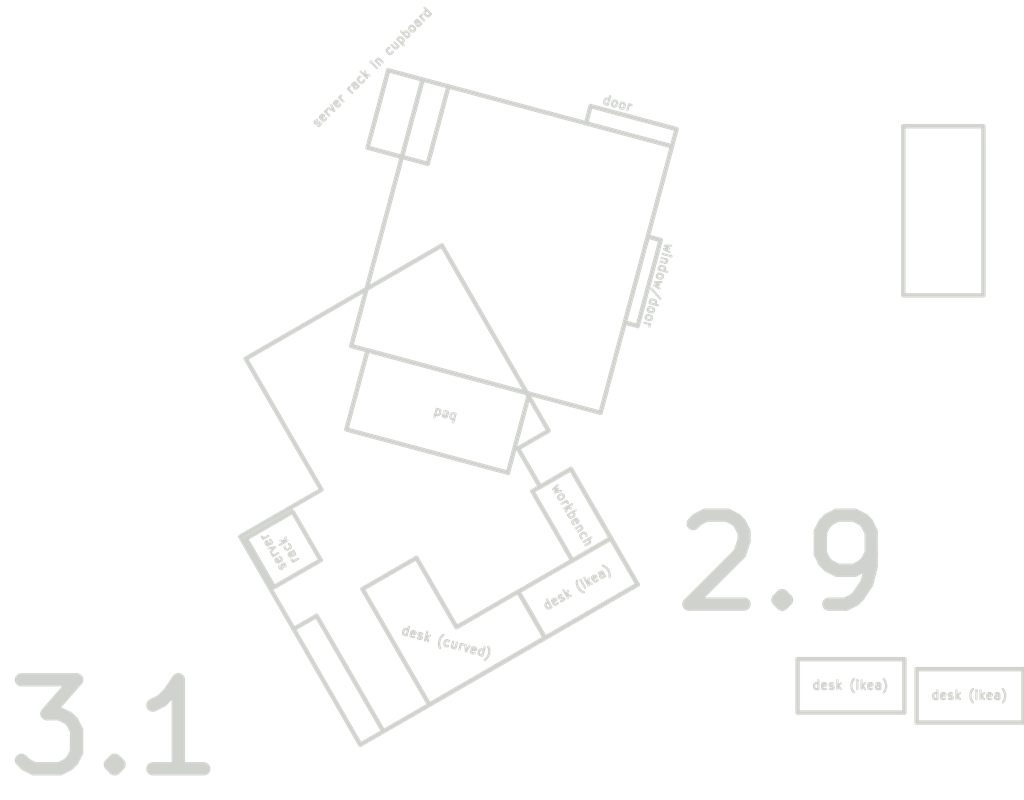
<source format=kicad_pcb>
(kicad_pcb
	(version 20240108)
	(generator "pcbnew")
	(generator_version "8.0")
	(general
		(thickness 1.6)
		(legacy_teardrops no)
	)
	(paper "A4")
	(layers
		(0 "F.Cu" signal)
		(31 "B.Cu" signal)
		(32 "B.Adhes" user "B.Adhesive")
		(33 "F.Adhes" user "F.Adhesive")
		(34 "B.Paste" user)
		(35 "F.Paste" user)
		(36 "B.SilkS" user "B.Silkscreen")
		(37 "F.SilkS" user "F.Silkscreen")
		(38 "B.Mask" user)
		(39 "F.Mask" user)
		(40 "Dwgs.User" user "User.Drawings")
		(41 "Cmts.User" user "User.Comments")
		(42 "Eco1.User" user "User.Eco1")
		(43 "Eco2.User" user "User.Eco2")
		(44 "Edge.Cuts" user)
		(45 "Margin" user)
		(46 "B.CrtYd" user "B.Courtyard")
		(47 "F.CrtYd" user "F.Courtyard")
		(48 "B.Fab" user)
		(49 "F.Fab" user)
		(50 "User.1" user)
		(51 "User.2" user)
		(52 "User.3" user)
		(53 "User.4" user)
		(54 "User.5" user)
		(55 "User.6" user)
		(56 "User.7" user)
		(57 "User.8" user)
		(58 "User.9" user)
	)
	(setup
		(pad_to_mask_clearance 0)
		(allow_soldermask_bridges_in_footprints no)
		(pcbplotparams
			(layerselection 0x00010fc_ffffffff)
			(plot_on_all_layers_selection 0x0000000_00000000)
			(disableapertmacros no)
			(usegerberextensions no)
			(usegerberattributes yes)
			(usegerberadvancedattributes yes)
			(creategerberjobfile yes)
			(dashed_line_dash_ratio 12.000000)
			(dashed_line_gap_ratio 3.000000)
			(svgprecision 4)
			(plotframeref no)
			(viasonmask no)
			(mode 1)
			(useauxorigin no)
			(hpglpennumber 1)
			(hpglpenspeed 20)
			(hpglpendiameter 15.000000)
			(pdf_front_fp_property_popups yes)
			(pdf_back_fp_property_popups yes)
			(dxfpolygonmode yes)
			(dxfimperialunits yes)
			(dxfusepcbnewfont yes)
			(psnegative no)
			(psa4output no)
			(plotreference yes)
			(plotvalue yes)
			(plotfptext yes)
			(plotinvisibletext no)
			(sketchpadsonfab no)
			(subtractmaskfromsilk no)
			(outputformat 1)
			(mirror no)
			(drillshape 1)
			(scaleselection 1)
			(outputdirectory "")
		)
	)
	(net 0 "")
	(gr_line
		(start 51.616039 84.050907)
		(end 51.269017 84.25126)
		(stroke
			(width 0.05)
			(type default)
		)
		(layer "Edge.Cuts")
		(uuid "0086cdcd-3c15-47fa-8b3f-c15d675a37a6")
	)
	(gr_line
		(start 49.507895 86.999663)
		(end 49.248212 87.149168)
		(stroke
			(width 0.05)
			(type default)
		)
		(layer "Edge.Cuts")
		(uuid "013fb4c5-81d2-4e89-9846-c9b9170d6b60")
	)
	(gr_line
		(start 50.023152 86.699086)
		(end 49.273155 85.400049)
		(stroke
			(width 0.05)
			(type default)
		)
		(layer "Edge.Cuts")
		(uuid "06bce178-b40c-440d-80e4-40d0f2f05874")
	)
	(gr_line
		(start 51.269017 84.25126)
		(end 51.020239 83.820362)
		(stroke
			(width 0.05)
			(type default)
		)
		(layer "Edge.Cuts")
		(uuid "12b1d646-c260-49e0-9835-a09f9bfc659a")
	)
	(gr_line
		(start 48.488873 84.530288)
		(end 47.964638 84.832954)
		(stroke
			(width 0.05)
			(type default)
		)
		(layer "Edge.Cuts")
		(uuid "15e755dc-18cf-4b38-8195-5a4649f16ead")
	)
	(gr_line
		(start 52.478831 81.439509)
		(end 52.623721 81.478333)
		(stroke
			(width 0.05)
			(type default)
		)
		(layer "Edge.Cuts")
		(uuid "2576f1b3-e708-4b88-84a4-ffe9eeb2ff47")
	)
	(gr_line
		(start 52.365779 85.349663)
		(end 51.616039 84.050907)
		(stroke
			(width 0.05)
			(type default)
		)
		(layer "Edge.Cuts")
		(uuid "3aa0d129-fbab-4db5-afeb-b063d8e9b2f9")
	)
	(gr_line
		(start 49.879376 85.050047)
		(end 50.329375 85.82947)
		(stroke
			(width 0.05)
			(type default)
		)
		(layer "Edge.Cuts")
		(uuid "3b3bf930-0c4a-42b3-899e-c3705c6217d8")
	)
	(gr_line
		(start 49.949408 79.674712)
		(end 49.71647 80.544046)
		(stroke
			(width 0.05)
			(type default)
		)
		(layer "Edge.Cuts")
		(uuid "3bd196fc-9447-4cbf-bdb9-285332662e81")
	)
	(gr_line
		(start 51.324999 85.948994)
		(end 52.364226 85.348998)
		(stroke
			(width 0.05)
			(type default)
		)
		(layer "Edge.Cuts")
		(uuid "3ea7d0f5-c797-4d29-8966-0d9826607c2c")
	)
	(gr_line
		(start 49.092143 83.606739)
		(end 50.907857 84.09326)
		(stroke
			(width 0.05)
			(type default)
		)
		(layer "Edge.Cuts")
		(uuid "428fa1e7-8728-481b-b098-a41c6e1c8d94")
	)
	(gr_line
		(start 51.948254 83.419656)
		(end 49.147069 82.669082)
		(stroke
			(width 0.05)
			(type default)
		)
		(layer "Edge.Cuts")
		(uuid "442123f7-30a7-4631-a718-fec13d48bf3b")
	)
	(gr_line
		(start 47.961223 82.811326)
		(end 50.165779 81.539154)
		(stroke
			(width 0.05)
			(type default)
		)
		(layer "Edge.Cuts")
		(uuid "449cf51e-1f96-4ba2-9107-252c5c48c744")
	)
	(gr_line
		(start 51.784667 80.166469)
		(end 51.83643 79.973283)
		(stroke
			(width 0.05)
			(type default)
		)
		(layer "Edge.Cuts")
		(uuid "45e08c3a-748b-4486-af0c-8fd68353c69e")
	)
	(gr_line
		(start 51.024995 85.429381)
		(end 51.324999 85.948994)
		(stroke
			(width 0.05)
			(type default)
		)
		(layer "Edge.Cuts")
		(uuid "489847de-6a79-492e-8430-0c77152967e0")
	)
	(gr_line
		(start 51.83643 79.973283)
		(end 52.802356 80.232102)
		(stroke
			(width 0.05)
			(type default)
		)
		(layer "Edge.Cuts")
		(uuid "4f0a2e1e-ef58-442a-a911-4103cc4e7c5e")
	)
	(gr_line
		(start 49.507895 86.999663)
		(end 48.758141 85.70096)
		(stroke
			(width 0.05)
			(type default)
		)
		(layer "Edge.Cuts")
		(uuid "58a110f4-c1e4-47a9-815e-739165e039e4")
	)
	(gr_line
		(start 55.362132 86.18787)
		(end 54.162138 86.187863)
		(stroke
			(width 0.05)
			(type default)
		)
		(layer "Edge.Cuts")
		(uuid "58c8d856-f1db-41d2-a8f0-123e2a6f94dc")
	)
	(gr_line
		(start 48.758141 85.70096)
		(end 48.5 85.85)
		(stroke
			(width 0.05)
			(type default)
		)
		(layer "Edge.Cuts")
		(uuid "5a17ff13-d249-4369-8126-a68b8f78b2dd")
	)
	(gr_line
		(start 47.964638 84.832954)
		(end 48.27904 85.378349)
		(stroke
			(width 0.05)
			(type default)
		)
		(layer "Edge.Cuts")
		(uuid "605cfbf3-8dce-4f07-8771-a6a473096f0a")
	)
	(gr_line
		(start 49.563037 79.571185)
		(end 49.949408 79.674712)
		(stroke
			(width 0.05)
			(type default)
		)
		(layer "Edge.Cuts")
		(uuid "627d639b-a013-44ed-9448-8fa031006788")
	)
	(gr_line
		(start 49.3301 80.440517)
		(end 49.563037 79.571185)
		(stroke
			(width 0.05)
			(type default)
		)
		(layer "Edge.Cuts")
		(uuid "67298138-1a57-45e3-85b4-079bf42bc6cf")
	)
	(gr_line
		(start 48.803812 85.075529)
		(end 48.488873 84.530288)
		(stroke
			(width 0.05)
			(type default)
		)
		(layer "Edge.Cuts")
		(uuid "68f788c7-57ed-4488-b88b-d56aa169cd61")
	)
	(gr_line
		(start 50.006248 80.621691)
		(end 50.239185 79.752358)
		(stroke
			(width 0.05)
			(type default)
		)
		(layer "Edge.Cuts")
		(uuid "704c11a8-7c00-4c12-8028-9b1e1865a553")
	)
	(gr_line
		(start 55.362131 86.787868)
		(end 55.362132 86.18787)
		(stroke
			(width 0.05)
			(type default)
		)
		(layer "Edge.Cuts")
		(uuid "79150b52-01b5-4f4d-95d7-24234de325fb")
	)
	(gr_line
		(start 51.363969 83.621907)
		(end 50.165779 81.539154)
		(stroke
			(width 0.05)
			(type default)
		)
		(layer "Edge.Cuts")
		(uuid "7c10a599-c425-4493-8fb4-09dcd5fd4b37")
	)
	(gr_line
		(start 51.14597 83.204607)
		(end 49.330229 82.718305)
		(stroke
			(width 0.05)
			(type default)
		)
		(layer "Edge.Cuts")
		(uuid "7eb780c4-eb1c-43bf-941a-cb6cf73c3e88")
	)
	(gr_line
		(start 54.162138 86.187863)
		(end 54.162134 86.787867)
		(stroke
			(width 0.05)
			(type default)
		)
		(layer "Edge.Cuts")
		(uuid "8056eb27-2a75-4613-98f4-fdca24d41307")
	)
	(gr_line
		(start 55.500005 86.899999)
		(end 56.700002 86.899999)
		(stroke
			(width 0.05)
			(type default)
		)
		(layer "Edge.Cuts")
		(uuid "82d1a8fb-608b-4b22-b210-2eb2a5a613af")
	)
	(gr_line
		(start 52.064224 84.829381)
		(end 51.024995 85.429381)
		(stroke
			(width 0.05)
			(type default)
		)
		(layer "Edge.Cuts")
		(uuid "87773cc9-135c-4e7e-b892-0dad7c87241c")
	)
	(gr_line
		(start 55.500001 86.299995)
		(end 55.500005 86.899999)
		(stroke
			(width 0.05)
			(type default)
		)
		(layer "Edge.Cuts")
		(uuid "8dca34c1-97f0-45dc-8a7d-68cdab7184b6")
	)
	(gr_line
		(start 48.5 85.85)
		(end 49.248212 87.149168)
		(stroke
			(width 0.05)
			(type default)
		)
		(layer "Edge.Cuts")
		(uuid "930aba20-e602-4f86-a69f-0d62bbafe696")
	)
	(gr_line
		(start 54.162134 86.787867)
		(end 55.362131 86.787868)
		(stroke
			(width 0.05)
			(type default)
		)
		(layer "Edge.Cuts")
		(uuid "932b9fa1-35c1-4763-a4ad-0ca05be3816d")
	)
	(gr_line
		(start 52.750592 80.425288)
		(end 51.948254 83.419656)
		(stroke
			(width 0.05)
			(type default)
		)
		(layer "Edge.Cuts")
		(uuid "955a6a7b-82fb-4b01-b477-13cf3cca51c3")
	)
	(gr_line
		(start 49.273155 85.400049)
		(end 49.879376 85.050047)
		(stroke
			(width 0.05)
			(type default)
		)
		(layer "Edge.Cuts")
		(uuid "96383eb1-2ef3-4dc6-aee2-1516164c906a")
	)
	(gr_line
		(start 51.020239 83.820362)
		(end 51.363969 83.621907)
		(stroke
			(width 0.05)
			(type default)
		)
		(layer "Edge.Cuts")
		(uuid "966636fe-f37e-4bd2-b6ef-c971b5c39ac9")
	)
	(gr_line
		(start 50.329375 85.82947)
		(end 51.022188 85.429471)
		(stroke
			(width 0.05)
			(type default)
		)
		(layer "Edge.Cuts")
		(uuid "9711c74a-d0d8-4946-8389-6aa8caeee24f")
	)
	(gr_line
		(start 47.900442 84.81086)
		(end 48.81185 84.284658)
		(stroke
			(width 0.05)
			(type default)
		)
		(layer "Edge.Cuts")
		(uuid "9ba13458-224f-443d-bc7c-ec5b8ce5de0d")
	)
	(gr_line
		(start 49.507895 86.999663)
		(end 52.365779 85.349663)
		(stroke
			(width 0.05)
			(type default)
		)
		(layer "Edge.Cuts")
		(uuid "9c45f377-7fe5-4578-957f-79296405ce36")
	)
	(gr_line
		(start 56.25 80.2)
		(end 56.25 82.099999)
		(stroke
			(width 0.05)
			(type default)
		)
		(layer "Edge.Cuts")
		(uuid "a19205c8-8dd9-4b61-991b-1dec3185a362")
	)
	(gr_line
		(start 50.907857 84.09326)
		(end 51.14597 83.204607)
		(stroke
			(width 0.05)
			(type default)
		)
		(layer "Edge.Cuts")
		(uuid "a616b57e-f895-4b33-a6c1-3212cdef52dd")
	)
	(gr_line
		(start 52.364903 82.444257)
		(end 52.220013 82.405436)
		(stroke
			(width 0.05)
			(type default)
		)
		(layer "Edge.Cuts")
		(uuid "a6bef59b-1693-4faf-89cc-f1edf1afa137")
	)
	(gr_line
		(start 48.27904 85.378349)
		(end 48.803812 85.075529)
		(stroke
			(width 0.05)
			(type default)
		)
		(layer "Edge.Cuts")
		(uuid "a8477544-3197-4386-ab82-3585bf3a9991")
	)
	(gr_line
		(start 56.25 82.099999)
		(end 55.35 82.1)
		(stroke
			(width 0.05)
			(type default)
		)
		(layer "Edge.Cuts")
		(uuid "a9cd83d7-095f-4e71-b309-7074c08b438a")
	)
	(gr_line
		(start 49.949408 79.674712)
		(end 52.750592 80.425288)
		(stroke
			(width 0.05)
			(type default)
		)
		(layer "Edge.Cuts")
		(uuid "abc33e37-3a4c-461d-98cf-cbc2856f535a")
	)
	(gr_line
		(start 55.35 82.1)
		(end 55.35 80.2)
		(stroke
			(width 0.05)
			(type default)
		)
		(layer "Edge.Cuts")
		(uuid "ac3e0775-7707-49d3-b4a0-3abac1b359f7")
	)
	(gr_line
		(start 49.147069 82.669082)
		(end 49.949408 79.674712)
		(stroke
			(width 0.05)
			(type default)
		)
		(layer "Edge.Cuts")
		(uuid "ae4a0e86-33e6-4660-9e0f-e5ba97064322")
	)
	(gr_line
		(start 52.064944 84.830721)
		(end 51.61494 84.051299)
		(stroke
			(width 0.05)
			(type default)
		)
		(layer "Edge.Cuts")
		(uuid "b1b8d4a6-ea16-43a0-a1c1-0e48b351d012")
	)
	(gr_line
		(start 51.61494 84.051299)
		(end 51.181924 84.301299)
		(stroke
			(width 0.05)
			(type default)
		)
		(layer "Edge.Cuts")
		(uuid "bbbdeb12-796c-4288-a686-ba04b80c5453")
	)
	(gr_line
		(start 49.330229 82.718305)
		(end 49.092143 83.606739)
		(stroke
			(width 0.05)
			(type default)
		)
		(layer "Edge.Cuts")
		(uuid "c2539dee-0590-4881-b947-3eea3467d678")
	)
	(gr_line
		(start 56.700002 86.899999)
		(end 56.700002 86.300001)
		(stroke
			(width 0.05)
			(type default)
		)
		(layer "Edge.Cuts")
		(uuid "c312698b-311b-45e7-bbda-17407211ce13")
	)
	(gr_line
		(start 52.623721 81.478333)
		(end 52.364903 82.444257)
		(stroke
			(width 0.05)
			(type default)
		)
		(layer "Edge.Cuts")
		(uuid "c616982e-b0a5-446e-a1b0-6356f48346df")
	)
	(gr_line
		(start 48.5 85.85)
		(end 47.900442 84.81086)
		(stroke
			(width 0.05)
			(type default)
		)
		(layer "Edge.Cuts")
		(uuid "cdf60a89-b1e6-4d7f-a29d-8b9f98d58f52")
	)
	(gr_line
		(start 55.35 80.2)
		(end 56.25 80.2)
		(stroke
			(width 0.05)
			(type default)
		)
		(layer "Edge.Cuts")
		(uuid "d1fdbfcb-a0bf-4a75-a96c-0780b7106de4")
	)
	(gr_line
		(start 48.81185 84.284658)
		(end 47.961223 82.811326)
		(stroke
			(width 0.05)
			(type default)
		)
		(layer "Edge.Cuts")
		(uuid "d287efec-097f-4299-b701-5b36ae2bb53f")
	)
	(gr_line
		(start 51.181924 84.301299)
		(end 51.63193 85.080723)
		(stroke
			(width 0.05)
			(type default)
		)
		(layer "Edge.Cuts")
		(uuid "d79d3879-1a6e-44cd-a92b-c3dc4425220b")
	)
	(gr_line
		(start 51.022188 85.429471)
		(end 51.32219 85.949081)
		(stroke
			(width 0.05)
			(type default)
		)
		(layer "Edge.Cuts")
		(uuid "dbdada96-3671-4f8f-85fa-769ef90316ea")
	)
	(gr_line
		(start 49.71647 80.544046)
		(end 49.3301 80.440517)
		(stroke
			(width 0.05)
			(type default)
		)
		(layer "Edge.Cuts")
		(uuid "e067929b-6468-4828-85e6-c542d50774b0")
	)
	(gr_line
		(start 49.71647 80.544046)
		(end 50.006248 80.621691)
		(stroke
			(width 0.05)
			(type default)
		)
		(layer "Edge.Cuts")
		(uuid "e6a84c6a-05e3-479e-b501-569fab00c0ba")
	)
	(gr_line
		(start 56.700002 86.300001)
		(end 55.500001 86.299995)
		(stroke
			(width 0.05)
			(type default)
		)
		(layer "Edge.Cuts")
		(uuid "ee956480-868a-4f5f-8517-843bb181e915")
	)
	(gr_line
		(start 51.32219 85.949081)
		(end 50.023152 86.699086)
		(stroke
			(width 0.05)
			(type default)
		)
		(layer "Edge.Cuts")
		(uuid "f4cab0fc-4165-4c6f-9a7b-14540cfaadae")
	)
	(gr_line
		(start 52.364226 85.348998)
		(end 52.064224 84.829381)
		(stroke
			(width 0.05)
			(type default)
		)
		(layer "Edge.Cuts")
		(uuid "f69f9fbf-f703-4156-9ed8-5b9490beef34")
	)
	(gr_line
		(start 51.63193 85.080723)
		(end 52.064944 84.830721)
		(stroke
			(width 0.05)
			(type default)
		)
		(layer "Edge.Cuts")
		(uuid "fd56298c-299d-4573-8ea8-16e32e685c5b")
	)
	(gr_line
		(start 52.802356 80.232102)
		(end 52.737651 80.473584)
		(stroke
			(width 0.05)
			(type default)
		)
		(layer "Edge.Cuts")
		(uuid "fe81cbb2-56e5-42a6-bde9-ff21862e7882")
	)
	(gr_text "desk (ikea)"
		(at 55.650004 86.649999 0)
		(layer "Edge.Cuts")
		(uuid "308d0680-9f0d-4378-9752-7f6d7fd8295c")
		(effects
			(font
				(size 0.1 0.1)
				(thickness 0.025)
			)
			(justify left bottom)
		)
	)
	(gr_text "bed"
		(at 50.361119 83.429122 165)
		(layer "Edge.Cuts")
		(uuid "4a992e0a-eb95-4429-a4e6-4693c9ae1620")
		(effects
			(font
				(size 0.1 0.1)
				(thickness 0.025)
			)
			(justify left bottom)
		)
	)
	(gr_text "window/door"
		(at 52.672018 81.491274 -105)
		(layer "Edge.Cuts")
		(uuid "6a0a4e47-30ff-4bd4-94e3-8ff92a884552")
		(effects
			(font
				(size 0.1 0.1)
				(thickness 0.025)
			)
			(justify left bottom)
		)
	)
	(gr_text "3.1\n"
		(at 45.2 87.55 0)
		(layer "Edge.Cuts")
		(uuid "6e2eb316-cc99-4dea-a168-6a162cb26d65")
		(effects
			(font
				(size 1 1)
				(thickness 0.15)
			)
			(justify left bottom)
		)
	)
	(gr_text "door"
		(at 51.945964 79.950869 -15)
		(layer "Edge.Cuts")
		(uuid "8088abcb-0c63-4869-8c98-92161b860b73")
		(effects
			(font
				(size 0.1 0.1)
				(thickness 0.025)
			)
			(justify left bottom)
		)
	)
	(gr_text "desk (ikea)"
		(at 54.312133 86.537873 0)
		(layer "Edge.Cuts")
		(uuid "93100722-c35c-462e-bf39-a28f95bae35c")
		(effects
			(font
				(size 0.1 0.1)
				(thickness 0.025)
			)
			(justify left bottom)
		)
	)
	(gr_text "desk (curved)"
		(at 49.684764 85.91297 -15)
		(layer "Edge.Cuts")
		(uuid "9f5cacd8-c200-4a41-aee8-ede0702b9c6e")
		(effects
			(font
				(size 0.1 0.1)
				(thickness 0.025)
			)
			(justify left bottom)
		)
	)
	(gr_text "2.9"
		(at 52.7 85.7 0)
		(layer "Edge.Cuts")
		(uuid "a38377f2-de9f-4c2f-a819-47bd10f5b782")
		(effects
			(font
				(size 1 1)
				(thickness 0.15)
			)
			(justify left bottom)
		)
	)
	(gr_text "workbench"
		(at 51.380135 84.244597 -60)
		(layer "Edge.Cuts")
		(uuid "c9ef185c-9d7d-4738-a05b-3d6c72e77eb0")
		(effects
			(font
				(size 0.1 0.1)
				(thickness 0.025)
			)
			(justify left bottom)
		)
	)
	(gr_text "server\nrack"
		(at 48.580605 85.088927 120)
		(layer "Edge.Cuts")
		(uuid "e5bd7cbd-ba35-4f6f-bc9b-409bdfa39398")
		(effects
			(font
				(size 0.1 0.1)
				(thickness 0.025)
			)
			(justify left bottom)
		)
	)
	(gr_text "desk (ikea)"
		(at 51.329902 85.657489 30)
		(layer "Edge.Cuts")
		(uuid "ee789c5d-4d2d-4305-8742-8c3fd526e059")
		(effects
			(font
				(size 0.1 0.1)
				(thickness 0.025)
			)
			(justify left bottom)
		)
	)
	(gr_text "server rack in cupboard"
		(at 48.763486 80.23693 45)
		(layer "Edge.Cuts")
		(uuid "f4d06dc4-a40c-4fc0-a830-586836d2b7e0")
		(effects
			(font
				(size 0.1 0.1)
				(thickness 0.025)
			)
			(justify left bottom)
		)
	)
	(group ""
		(uuid "1acb41db-0f5c-43b5-9765-6c9211f3f09d")
		(members "06bce178-b40c-440d-80e4-40d0f2f05874" "3b3bf930-0c4a-42b3-899e-c3705c6217d8"
			"96383eb1-2ef3-4dc6-aee2-1516164c906a" "9711c74a-d0d8-4946-8389-6aa8caeee24f"
			"9f5cacd8-c200-4a41-aee8-ede0702b9c6e" "dbdada96-3671-4f8f-85fa-769ef90316ea"
			"f4cab0fc-4165-4c6f-9a7b-14540cfaadae"
		)
	)
	(group ""
		(uuid "2471467f-d65c-4658-8309-653df6241fc2")
		(members "15e755dc-18cf-4b38-8195-5a4649f16ead" "605cfbf3-8dce-4f07-8771-a6a473096f0a"
			"68f788c7-57ed-4488-b88b-d56aa169cd61" "a8477544-3197-4386-ab82-3585bf3a9991"
			"e5bd7cbd-ba35-4f6f-bc9b-409bdfa39398"
		)
	)
	(group ""
		(uuid "269afc08-986c-44e2-8170-99761834737c")
		(members "0086cdcd-3c15-47fa-8b3f-c15d675a37a6" "013fb4c5-81d2-4e89-9846-c9b9170d6b60"
			"12b1d646-c260-49e0-9835-a09f9bfc659a" "3aa0d129-fbab-4db5-afeb-b063d8e9b2f9"
			"449cf51e-1f96-4ba2-9107-252c5c48c744" "58a110f4-c1e4-47a9-815e-739165e039e4"
			"5a17ff13-d249-4369-8126-a68b8f78b2dd" "7c10a599-c425-4493-8fb4-09dcd5fd4b37"
			"930aba20-e602-4f86-a69f-0d62bbafe696" "966636fe-f37e-4bd2-b6ef-c971b5c39ac9"
			"9ba13458-224f-443d-bc7c-ec5b8ce5de0d" "9c45f377-7fe5-4578-957f-79296405ce36"
			"cdf60a89-b1e6-4d7f-a29d-8b9f98d58f52" "d287efec-097f-4299-b701-5b36ae2bb53f"
		)
	)
	(group ""
		(uuid "3e9ff62f-482b-47ad-a55c-1bc8b34de325")
		(members "308d0680-9f0d-4378-9752-7f6d7fd8295c" "82d1a8fb-608b-4b22-b210-2eb2a5a613af"
			"8dca34c1-97f0-45dc-8a7d-68cdab7184b6" "c312698b-311b-45e7-bbda-17407211ce13"
			"ee956480-868a-4f5f-8517-843bb181e915"
		)
	)
	(group ""
		(uuid "7a36095a-7f96-49ce-8936-f461de5765e4")
		(members "2576f1b3-e708-4b88-84a4-ffe9eeb2ff47" "3bd196fc-9447-4cbf-bdb9-285332662e81"
			"442123f7-30a7-4631-a718-fec13d48bf3b" "45e08c3a-748b-4486-af0c-8fd68353c69e"
			"4f0a2e1e-ef58-442a-a911-4103cc4e7c5e" "627d639b-a013-44ed-9448-8fa031006788"
			"67298138-1a57-45e3-85b4-079bf42bc6cf" "6a0a4e47-30ff-4bd4-94e3-8ff92a884552"
			"704c11a8-7c00-4c12-8028-9b1e1865a553" "8088abcb-0c63-4869-8c98-92161b860b73"
			"955a6a7b-82fb-4b01-b477-13cf3cca51c3" "a6bef59b-1693-4faf-89cc-f1edf1afa137"
			"abc33e37-3a4c-461d-98cf-cbc2856f535a" "ae4a0e86-33e6-4660-9e0f-e5ba97064322"
			"c616982e-b0a5-446e-a1b0-6356f48346df" "e067929b-6468-4828-85e6-c542d50774b0"
			"e6a84c6a-05e3-479e-b501-569fab00c0ba" "f4d06dc4-a40c-4fc0-a830-586836d2b7e0"
			"fe81cbb2-56e5-42a6-bde9-ff21862e7882"
		)
	)
	(group ""
		(uuid "7ac8117e-a5c6-4fac-9c16-21ee0d5f6202")
		(members "58c8d856-f1db-41d2-a8f0-123e2a6f94dc" "79150b52-01b5-4f4d-95d7-24234de325fb"
			"8056eb27-2a75-4613-98f4-fdca24d41307" "93100722-c35c-462e-bf39-a28f95bae35c"
			"932b9fa1-35c1-4763-a4ad-0ca05be3816d"
		)
	)
	(group ""
		(uuid "7b7b09c6-d1e8-4478-b319-bdef62ea43b8")
		(members "3ea7d0f5-c797-4d29-8966-0d9826607c2c" "489847de-6a79-492e-8430-0c77152967e0"
			"87773cc9-135c-4e7e-b892-0dad7c87241c" "ee789c5d-4d2d-4305-8742-8c3fd526e059"
			"f69f9fbf-f703-4156-9ed8-5b9490beef34"
		)
	)
	(group ""
		(uuid "ba6a0cc6-fcd2-49b0-a5e2-f4072744c500")
		(members "a19205c8-8dd9-4b61-991b-1dec3185a362" "a9cd83d7-095f-4e71-b309-7074c08b438a"
			"ac3e0775-7707-49d3-b4a0-3abac1b359f7" "d1fdbfcb-a0bf-4a75-a96c-0780b7106de4"
		)
	)
	(group ""
		(uuid "d98a1bfb-dac0-43b3-ac8e-53bf7b4c6f1b")
		(members "b1b8d4a6-ea16-43a0-a1c1-0e48b351d012" "bbbdeb12-796c-4288-a686-ba04b80c5453"
			"c9ef185c-9d7d-4738-a05b-3d6c72e77eb0" "d79d3879-1a6e-44cd-a92b-c3dc4425220b"
			"fd56298c-299d-4573-8ea8-16e32e685c5b"
		)
	)
	(group ""
		(uuid "fda34658-e082-43a4-b70f-5884e50e355b")
		(members "428fa1e7-8728-481b-b098-a41c6e1c8d94" "4a992e0a-eb95-4429-a4e6-4693c9ae1620"
			"7eb780c4-eb1c-43bf-941a-cb6cf73c3e88" "a616b57e-f895-4b33-a6c1-3212cdef52dd"
			"c2539dee-0590-4881-b947-3eea3467d678"
		)
	)
)

</source>
